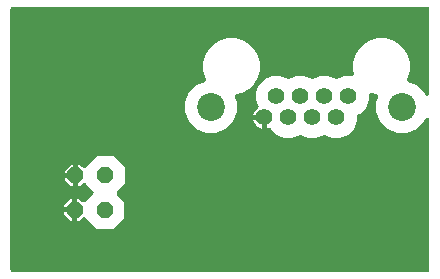
<source format=gbr>
G04 EAGLE Gerber X2 export*
%TF.Part,Single*%
%TF.FileFunction,Copper,L2,Bot,Mixed*%
%TF.FilePolarity,Positive*%
%TF.GenerationSoftware,Autodesk,EAGLE,8.6.3*%
%TF.CreationDate,2019-03-24T10:02:58Z*%
G75*
%MOMM*%
%FSLAX34Y34*%
%LPD*%
%AMOC8*
5,1,8,0,0,1.08239X$1,22.5*%
G01*
%ADD10P,1.429621X8X202.500000*%
%ADD11C,1.422400*%
%ADD12C,2.362200*%
%ADD13C,1.500000*%

G36*
X940366Y587623D02*
X940366Y587623D01*
X940384Y587621D01*
X940566Y587642D01*
X940749Y587661D01*
X940766Y587666D01*
X940783Y587668D01*
X940958Y587725D01*
X941134Y587779D01*
X941149Y587787D01*
X941166Y587793D01*
X941326Y587883D01*
X941488Y587971D01*
X941501Y587982D01*
X941517Y587991D01*
X941656Y588111D01*
X941797Y588228D01*
X941808Y588242D01*
X941822Y588254D01*
X941934Y588399D01*
X942049Y588542D01*
X942057Y588558D01*
X942068Y588572D01*
X942150Y588737D01*
X942235Y588899D01*
X942240Y588916D01*
X942248Y588932D01*
X942295Y589111D01*
X942346Y589286D01*
X942348Y589304D01*
X942352Y589321D01*
X942379Y589652D01*
X942379Y716398D01*
X942379Y716403D01*
X942379Y716407D01*
X942359Y716601D01*
X942339Y716799D01*
X942338Y716803D01*
X942338Y716808D01*
X942279Y716994D01*
X942221Y717184D01*
X942219Y717188D01*
X942218Y717192D01*
X942122Y717367D01*
X942029Y717538D01*
X942027Y717541D01*
X942024Y717545D01*
X941896Y717698D01*
X941772Y717847D01*
X941768Y717850D01*
X941765Y717853D01*
X941609Y717978D01*
X941458Y718100D01*
X941454Y718102D01*
X941451Y718104D01*
X941270Y718197D01*
X941101Y718285D01*
X941096Y718286D01*
X941092Y718288D01*
X940902Y718342D01*
X940714Y718396D01*
X940709Y718397D01*
X940705Y718398D01*
X940513Y718413D01*
X940312Y718429D01*
X940308Y718429D01*
X940304Y718429D01*
X940110Y718406D01*
X939913Y718382D01*
X939908Y718381D01*
X939904Y718380D01*
X939719Y718319D01*
X939530Y718258D01*
X939526Y718255D01*
X939522Y718254D01*
X939353Y718158D01*
X939179Y718060D01*
X939176Y718057D01*
X939172Y718055D01*
X939025Y717927D01*
X938875Y717797D01*
X938872Y717793D01*
X938868Y717790D01*
X938748Y717633D01*
X938628Y717478D01*
X938626Y717475D01*
X938623Y717471D01*
X938471Y717176D01*
X937717Y715355D01*
X931581Y709219D01*
X923565Y705898D01*
X914887Y705898D01*
X906871Y709219D01*
X900735Y715355D01*
X897414Y723371D01*
X897414Y732049D01*
X898907Y735652D01*
X898950Y735796D01*
X899001Y735938D01*
X899009Y735988D01*
X899023Y736037D01*
X899038Y736187D01*
X899059Y736336D01*
X899057Y736387D01*
X899061Y736438D01*
X899046Y736588D01*
X899038Y736738D01*
X899025Y736788D01*
X899020Y736839D01*
X898975Y736983D01*
X898937Y737128D01*
X898915Y737174D01*
X898900Y737223D01*
X898828Y737355D01*
X898762Y737491D01*
X898731Y737531D01*
X898707Y737576D01*
X898610Y737692D01*
X898519Y737812D01*
X898480Y737845D01*
X898448Y737884D01*
X898330Y737978D01*
X898217Y738078D01*
X898173Y738103D01*
X898133Y738135D01*
X897999Y738204D01*
X897868Y738280D01*
X897814Y738299D01*
X897775Y738319D01*
X897693Y738343D01*
X897556Y738391D01*
X893430Y739497D01*
X893349Y739510D01*
X893270Y739533D01*
X893150Y739543D01*
X893032Y739562D01*
X892950Y739559D01*
X892868Y739566D01*
X892750Y739552D01*
X892630Y739548D01*
X892550Y739529D01*
X892469Y739519D01*
X892355Y739482D01*
X892238Y739454D01*
X892164Y739420D01*
X892086Y739394D01*
X891981Y739335D01*
X891873Y739285D01*
X891807Y739237D01*
X891735Y739196D01*
X891645Y739118D01*
X891548Y739047D01*
X891493Y738987D01*
X891430Y738933D01*
X891357Y738839D01*
X891276Y738750D01*
X891234Y738680D01*
X891184Y738615D01*
X891130Y738508D01*
X891069Y738405D01*
X891041Y738328D01*
X891004Y738254D01*
X890973Y738139D01*
X890933Y738026D01*
X890921Y737945D01*
X890900Y737866D01*
X890887Y737713D01*
X890875Y737628D01*
X890877Y737587D01*
X890873Y737535D01*
X890873Y733196D01*
X888267Y726906D01*
X883454Y722093D01*
X881967Y721477D01*
X881947Y721466D01*
X881926Y721459D01*
X881769Y721371D01*
X881612Y721286D01*
X881595Y721272D01*
X881575Y721261D01*
X881439Y721144D01*
X881301Y721030D01*
X881287Y721013D01*
X881270Y720998D01*
X881161Y720857D01*
X881048Y720717D01*
X881037Y720698D01*
X881024Y720680D01*
X880944Y720520D01*
X880861Y720361D01*
X880854Y720339D01*
X880844Y720319D01*
X880798Y720146D01*
X880748Y719974D01*
X880746Y719952D01*
X880740Y719931D01*
X880713Y719600D01*
X880713Y715416D01*
X878107Y709126D01*
X873294Y704313D01*
X867004Y701707D01*
X860196Y701707D01*
X854217Y704184D01*
X854192Y704191D01*
X854168Y704203D01*
X853999Y704250D01*
X853832Y704300D01*
X853805Y704303D01*
X853779Y704310D01*
X853605Y704322D01*
X853431Y704338D01*
X853405Y704336D01*
X853378Y704337D01*
X853204Y704315D01*
X853031Y704297D01*
X853005Y704289D01*
X852979Y704285D01*
X852663Y704184D01*
X846684Y701707D01*
X839876Y701707D01*
X833897Y704184D01*
X833872Y704191D01*
X833848Y704203D01*
X833679Y704250D01*
X833512Y704300D01*
X833485Y704303D01*
X833459Y704310D01*
X833285Y704322D01*
X833111Y704338D01*
X833085Y704336D01*
X833058Y704337D01*
X832884Y704315D01*
X832711Y704297D01*
X832685Y704289D01*
X832659Y704285D01*
X832343Y704184D01*
X826364Y701707D01*
X819556Y701707D01*
X813266Y704313D01*
X808251Y709328D01*
X808140Y709419D01*
X808034Y709516D01*
X807984Y709546D01*
X807940Y709583D01*
X807813Y709650D01*
X807689Y709725D01*
X807635Y709744D01*
X807584Y709771D01*
X807446Y709812D01*
X807311Y709861D01*
X807254Y709870D01*
X807198Y709886D01*
X807054Y709899D01*
X806912Y709920D01*
X806855Y709917D01*
X806797Y709922D01*
X806654Y709907D01*
X806510Y709900D01*
X806446Y709884D01*
X806397Y709879D01*
X806318Y709854D01*
X806187Y709823D01*
X804900Y709405D01*
X804862Y709399D01*
X804862Y718629D01*
X804860Y718647D01*
X804861Y718665D01*
X804840Y718847D01*
X804822Y719030D01*
X804817Y719047D01*
X804815Y719065D01*
X804758Y719239D01*
X804704Y719415D01*
X804695Y719431D01*
X804690Y719447D01*
X804599Y719608D01*
X804512Y719769D01*
X804501Y719783D01*
X804492Y719798D01*
X804372Y719937D01*
X804254Y720078D01*
X804240Y720089D01*
X804229Y720103D01*
X804084Y720215D01*
X804070Y720226D01*
X803990Y720319D01*
X803873Y720459D01*
X803859Y720471D01*
X803847Y720484D01*
X803702Y720597D01*
X803559Y720712D01*
X803543Y720720D01*
X803529Y720731D01*
X803364Y720813D01*
X803202Y720897D01*
X803185Y720902D01*
X803169Y720910D01*
X802991Y720958D01*
X802815Y721009D01*
X802797Y721010D01*
X802780Y721015D01*
X802449Y721042D01*
X793219Y721042D01*
X793225Y721080D01*
X793694Y722525D01*
X794384Y723879D01*
X795277Y725108D01*
X796352Y726183D01*
X796778Y726493D01*
X796915Y726614D01*
X797052Y726732D01*
X797064Y726747D01*
X797079Y726761D01*
X797188Y726906D01*
X797300Y727049D01*
X797309Y727066D01*
X797321Y727082D01*
X797400Y727246D01*
X797481Y727408D01*
X797486Y727427D01*
X797495Y727446D01*
X797539Y727622D01*
X797587Y727797D01*
X797589Y727817D01*
X797594Y727836D01*
X797602Y728017D01*
X797615Y728198D01*
X797612Y728218D01*
X797613Y728238D01*
X797586Y728417D01*
X797563Y728598D01*
X797556Y728619D01*
X797553Y728636D01*
X797527Y728708D01*
X797461Y728913D01*
X795687Y733196D01*
X795687Y740004D01*
X798293Y746294D01*
X803106Y751107D01*
X809396Y753713D01*
X816204Y753713D01*
X822183Y751236D01*
X822208Y751229D01*
X822232Y751217D01*
X822401Y751170D01*
X822568Y751120D01*
X822595Y751117D01*
X822621Y751110D01*
X822795Y751098D01*
X822969Y751082D01*
X822995Y751084D01*
X823022Y751083D01*
X823197Y751105D01*
X823369Y751123D01*
X823395Y751131D01*
X823421Y751135D01*
X823737Y751236D01*
X829716Y753713D01*
X836524Y753713D01*
X842503Y751236D01*
X842528Y751229D01*
X842552Y751217D01*
X842721Y751170D01*
X842888Y751120D01*
X842915Y751117D01*
X842941Y751110D01*
X843115Y751098D01*
X843289Y751082D01*
X843315Y751084D01*
X843342Y751083D01*
X843517Y751105D01*
X843689Y751123D01*
X843715Y751131D01*
X843741Y751135D01*
X844057Y751236D01*
X850036Y753713D01*
X856844Y753713D01*
X862823Y751236D01*
X862848Y751229D01*
X862872Y751217D01*
X863041Y751170D01*
X863208Y751120D01*
X863235Y751117D01*
X863261Y751110D01*
X863435Y751098D01*
X863609Y751082D01*
X863635Y751084D01*
X863662Y751083D01*
X863837Y751105D01*
X864009Y751123D01*
X864035Y751131D01*
X864061Y751135D01*
X864377Y751236D01*
X870356Y753713D01*
X876554Y753713D01*
X876636Y753721D01*
X876718Y753719D01*
X876836Y753741D01*
X876955Y753753D01*
X877034Y753777D01*
X877114Y753791D01*
X877225Y753836D01*
X877340Y753871D01*
X877412Y753910D01*
X877488Y753940D01*
X877589Y754006D01*
X877694Y754063D01*
X877757Y754115D01*
X877826Y754160D01*
X877911Y754244D01*
X878003Y754320D01*
X878055Y754384D01*
X878113Y754442D01*
X878181Y754541D01*
X878256Y754634D01*
X878293Y754707D01*
X878340Y754775D01*
X878386Y754885D01*
X878441Y754991D01*
X878464Y755070D01*
X878496Y755146D01*
X878519Y755263D01*
X878552Y755378D01*
X878559Y755460D01*
X878575Y755541D01*
X878576Y755660D01*
X878585Y755780D01*
X878576Y755861D01*
X878576Y755943D01*
X878549Y756093D01*
X878538Y756179D01*
X878526Y756218D01*
X878516Y756270D01*
X877823Y758857D01*
X877823Y765143D01*
X879450Y771216D01*
X882594Y776661D01*
X887039Y781106D01*
X892484Y784250D01*
X898557Y785877D01*
X904843Y785877D01*
X910916Y784250D01*
X916361Y781106D01*
X920806Y776661D01*
X923950Y771216D01*
X925577Y765143D01*
X925577Y758857D01*
X923950Y752784D01*
X923513Y752029D01*
X923451Y751891D01*
X923383Y751757D01*
X923369Y751708D01*
X923348Y751662D01*
X923314Y751515D01*
X923273Y751370D01*
X923269Y751319D01*
X923258Y751269D01*
X923253Y751118D01*
X923242Y750968D01*
X923248Y750918D01*
X923247Y750867D01*
X923272Y750718D01*
X923290Y750569D01*
X923306Y750520D01*
X923315Y750470D01*
X923370Y750329D01*
X923417Y750187D01*
X923442Y750142D01*
X923461Y750095D01*
X923542Y749968D01*
X923616Y749837D01*
X923650Y749798D01*
X923677Y749755D01*
X923782Y749647D01*
X923881Y749533D01*
X923921Y749502D01*
X923957Y749465D01*
X924081Y749380D01*
X924200Y749288D01*
X924251Y749262D01*
X924288Y749236D01*
X924367Y749202D01*
X924495Y749136D01*
X931581Y746201D01*
X937717Y740065D01*
X938471Y738244D01*
X938473Y738240D01*
X938475Y738236D01*
X938569Y738062D01*
X938662Y737889D01*
X938664Y737886D01*
X938667Y737882D01*
X938792Y737732D01*
X938918Y737579D01*
X938921Y737576D01*
X938924Y737573D01*
X939077Y737450D01*
X939231Y737325D01*
X939235Y737323D01*
X939238Y737320D01*
X939411Y737230D01*
X939587Y737138D01*
X939591Y737137D01*
X939595Y737135D01*
X939783Y737081D01*
X939974Y737025D01*
X939978Y737025D01*
X939982Y737024D01*
X940180Y737007D01*
X940375Y736991D01*
X940379Y736991D01*
X940384Y736991D01*
X940578Y737014D01*
X940775Y737036D01*
X940779Y737037D01*
X940783Y737038D01*
X940969Y737098D01*
X941158Y737159D01*
X941162Y737161D01*
X941166Y737162D01*
X941338Y737259D01*
X941510Y737355D01*
X941513Y737358D01*
X941517Y737360D01*
X941665Y737489D01*
X941815Y737617D01*
X941818Y737621D01*
X941822Y737623D01*
X941942Y737778D01*
X942064Y737934D01*
X942066Y737938D01*
X942068Y737942D01*
X942157Y738119D01*
X942244Y738294D01*
X942246Y738298D01*
X942248Y738302D01*
X942298Y738491D01*
X942351Y738682D01*
X942351Y738687D01*
X942352Y738691D01*
X942379Y739022D01*
X942379Y810348D01*
X942377Y810366D01*
X942379Y810384D01*
X942358Y810566D01*
X942339Y810749D01*
X942334Y810766D01*
X942332Y810783D01*
X942275Y810958D01*
X942221Y811134D01*
X942213Y811149D01*
X942207Y811166D01*
X942117Y811326D01*
X942029Y811488D01*
X942018Y811501D01*
X942009Y811517D01*
X941889Y811656D01*
X941772Y811797D01*
X941758Y811808D01*
X941746Y811822D01*
X941601Y811934D01*
X941458Y812049D01*
X941442Y812057D01*
X941428Y812068D01*
X941263Y812150D01*
X941101Y812235D01*
X941084Y812240D01*
X941068Y812248D01*
X940889Y812295D01*
X940714Y812346D01*
X940696Y812348D01*
X940679Y812352D01*
X940348Y812379D01*
X589652Y812379D01*
X589634Y812377D01*
X589616Y812379D01*
X589434Y812358D01*
X589251Y812339D01*
X589234Y812334D01*
X589217Y812332D01*
X589042Y812275D01*
X588866Y812221D01*
X588851Y812213D01*
X588834Y812207D01*
X588674Y812117D01*
X588512Y812029D01*
X588499Y812018D01*
X588483Y812009D01*
X588344Y811889D01*
X588203Y811772D01*
X588192Y811758D01*
X588178Y811746D01*
X588066Y811601D01*
X587951Y811458D01*
X587943Y811442D01*
X587932Y811428D01*
X587850Y811263D01*
X587765Y811101D01*
X587760Y811084D01*
X587752Y811068D01*
X587705Y810889D01*
X587654Y810714D01*
X587652Y810696D01*
X587648Y810679D01*
X587621Y810348D01*
X587621Y589652D01*
X587623Y589634D01*
X587621Y589616D01*
X587642Y589434D01*
X587661Y589251D01*
X587666Y589234D01*
X587668Y589217D01*
X587725Y589042D01*
X587779Y588866D01*
X587787Y588851D01*
X587793Y588834D01*
X587883Y588674D01*
X587971Y588512D01*
X587982Y588499D01*
X587991Y588483D01*
X588111Y588344D01*
X588228Y588203D01*
X588242Y588192D01*
X588254Y588178D01*
X588399Y588066D01*
X588542Y587951D01*
X588558Y587943D01*
X588572Y587932D01*
X588737Y587850D01*
X588899Y587765D01*
X588916Y587760D01*
X588932Y587752D01*
X589111Y587705D01*
X589286Y587654D01*
X589304Y587652D01*
X589321Y587648D01*
X589652Y587621D01*
X940348Y587621D01*
X940366Y587623D01*
G37*
%LPC*%
G36*
X752835Y705898D02*
X752835Y705898D01*
X744819Y709219D01*
X738683Y715355D01*
X735362Y723371D01*
X735362Y732049D01*
X738683Y740065D01*
X744819Y746201D01*
X749759Y748247D01*
X749759Y748248D01*
X751905Y749136D01*
X752037Y749207D01*
X752174Y749272D01*
X752215Y749302D01*
X752260Y749326D01*
X752376Y749422D01*
X752497Y749512D01*
X752531Y749550D01*
X752570Y749583D01*
X752665Y749700D01*
X752766Y749812D01*
X752792Y749856D01*
X752824Y749895D01*
X752894Y750029D01*
X752970Y750159D01*
X752987Y750207D01*
X753011Y750252D01*
X753053Y750396D01*
X753103Y750539D01*
X753110Y750589D01*
X753124Y750638D01*
X753137Y750789D01*
X753157Y750938D01*
X753154Y750989D01*
X753159Y751040D01*
X753142Y751189D01*
X753132Y751340D01*
X753119Y751389D01*
X753113Y751440D01*
X753067Y751583D01*
X753028Y751729D01*
X753004Y751781D01*
X752990Y751823D01*
X752949Y751897D01*
X752887Y752029D01*
X752450Y752784D01*
X750823Y758857D01*
X750823Y765143D01*
X752450Y771216D01*
X755594Y776661D01*
X760039Y781106D01*
X765484Y784250D01*
X771557Y785877D01*
X777843Y785877D01*
X783916Y784250D01*
X789361Y781106D01*
X793806Y776661D01*
X796950Y771216D01*
X798577Y765143D01*
X798577Y758857D01*
X796950Y752784D01*
X793806Y747339D01*
X789361Y742894D01*
X783916Y739750D01*
X778844Y738391D01*
X778703Y738338D01*
X778560Y738292D01*
X778515Y738267D01*
X778467Y738249D01*
X778340Y738169D01*
X778208Y738096D01*
X778169Y738063D01*
X778126Y738035D01*
X778017Y737932D01*
X777902Y737834D01*
X777871Y737794D01*
X777834Y737759D01*
X777747Y737635D01*
X777654Y737517D01*
X777631Y737471D01*
X777602Y737430D01*
X777541Y737292D01*
X777473Y737157D01*
X777460Y737108D01*
X777439Y737061D01*
X777407Y736914D01*
X777367Y736769D01*
X777364Y736718D01*
X777353Y736668D01*
X777350Y736518D01*
X777339Y736367D01*
X777346Y736316D01*
X777345Y736265D01*
X777372Y736118D01*
X777392Y735968D01*
X777409Y735913D01*
X777417Y735869D01*
X777449Y735790D01*
X777493Y735652D01*
X778986Y732049D01*
X778986Y723371D01*
X775665Y715355D01*
X769529Y709219D01*
X761513Y705898D01*
X752835Y705898D01*
G37*
%LPD*%
%LPC*%
G36*
X660622Y623995D02*
X660622Y623995D01*
X650961Y633656D01*
X650947Y633667D01*
X650936Y633681D01*
X650792Y633795D01*
X650650Y633911D01*
X650634Y633920D01*
X650620Y633931D01*
X650456Y634014D01*
X650294Y634100D01*
X650277Y634105D01*
X650261Y634113D01*
X650084Y634162D01*
X649908Y634215D01*
X649890Y634216D01*
X649873Y634221D01*
X649690Y634234D01*
X649507Y634251D01*
X649489Y634249D01*
X649472Y634250D01*
X649290Y634227D01*
X649107Y634208D01*
X649090Y634202D01*
X649072Y634200D01*
X648898Y634142D01*
X648723Y634086D01*
X648707Y634077D01*
X648691Y634072D01*
X648532Y633980D01*
X648371Y633891D01*
X648357Y633880D01*
X648342Y633871D01*
X648089Y633656D01*
X645888Y631455D01*
X644131Y631455D01*
X644131Y640600D01*
X644131Y649745D01*
X645888Y649745D01*
X648089Y647544D01*
X648103Y647533D01*
X648114Y647519D01*
X648258Y647405D01*
X648400Y647289D01*
X648416Y647280D01*
X648430Y647269D01*
X648594Y647186D01*
X648756Y647100D01*
X648773Y647095D01*
X648789Y647087D01*
X648966Y647038D01*
X649142Y646985D01*
X649160Y646984D01*
X649177Y646979D01*
X649360Y646966D01*
X649543Y646949D01*
X649561Y646951D01*
X649578Y646950D01*
X649760Y646973D01*
X649943Y646992D01*
X649960Y646998D01*
X649978Y647000D01*
X650152Y647058D01*
X650327Y647114D01*
X650343Y647123D01*
X650359Y647128D01*
X650519Y647220D01*
X650679Y647309D01*
X650693Y647320D01*
X650708Y647329D01*
X650961Y647544D01*
X657381Y653964D01*
X657392Y653978D01*
X657406Y653989D01*
X657520Y654133D01*
X657636Y654275D01*
X657644Y654291D01*
X657656Y654305D01*
X657739Y654469D01*
X657825Y654631D01*
X657830Y654648D01*
X657838Y654664D01*
X657887Y654841D01*
X657940Y655017D01*
X657941Y655035D01*
X657946Y655052D01*
X657959Y655235D01*
X657976Y655418D01*
X657974Y655436D01*
X657975Y655453D01*
X657952Y655635D01*
X657933Y655818D01*
X657927Y655835D01*
X657925Y655853D01*
X657867Y656027D01*
X657811Y656202D01*
X657802Y656218D01*
X657797Y656234D01*
X657705Y656394D01*
X657616Y656554D01*
X657605Y656568D01*
X657596Y656583D01*
X657381Y656836D01*
X651461Y662756D01*
X651447Y662767D01*
X651436Y662781D01*
X651292Y662895D01*
X651150Y663011D01*
X651134Y663020D01*
X651120Y663031D01*
X650956Y663114D01*
X650794Y663200D01*
X650777Y663205D01*
X650761Y663213D01*
X650584Y663262D01*
X650408Y663315D01*
X650390Y663316D01*
X650373Y663321D01*
X650190Y663334D01*
X650007Y663351D01*
X649989Y663349D01*
X649972Y663350D01*
X649790Y663327D01*
X649607Y663308D01*
X649590Y663302D01*
X649572Y663300D01*
X649398Y663242D01*
X649223Y663186D01*
X649207Y663177D01*
X649191Y663172D01*
X649032Y663080D01*
X648871Y662991D01*
X648857Y662980D01*
X648842Y662971D01*
X648589Y662756D01*
X646388Y660555D01*
X644631Y660555D01*
X644631Y669700D01*
X644631Y678845D01*
X646388Y678845D01*
X648589Y676644D01*
X648602Y676633D01*
X648614Y676619D01*
X648758Y676505D01*
X648900Y676389D01*
X648916Y676380D01*
X648930Y676369D01*
X649094Y676286D01*
X649256Y676200D01*
X649273Y676195D01*
X649289Y676187D01*
X649466Y676138D01*
X649642Y676085D01*
X649660Y676084D01*
X649677Y676079D01*
X649860Y676066D01*
X650043Y676049D01*
X650061Y676051D01*
X650078Y676050D01*
X650260Y676073D01*
X650443Y676092D01*
X650460Y676098D01*
X650478Y676100D01*
X650652Y676158D01*
X650827Y676214D01*
X650843Y676223D01*
X650859Y676228D01*
X651019Y676320D01*
X651179Y676409D01*
X651193Y676420D01*
X651208Y676429D01*
X651461Y676644D01*
X661122Y686305D01*
X674878Y686305D01*
X684605Y676578D01*
X684605Y662822D01*
X678119Y656336D01*
X678108Y656323D01*
X678094Y656311D01*
X677980Y656167D01*
X677864Y656025D01*
X677856Y656009D01*
X677844Y655995D01*
X677761Y655831D01*
X677675Y655669D01*
X677670Y655652D01*
X677662Y655636D01*
X677613Y655459D01*
X677560Y655283D01*
X677559Y655265D01*
X677554Y655248D01*
X677541Y655065D01*
X677524Y654882D01*
X677526Y654864D01*
X677525Y654847D01*
X677548Y654664D01*
X677567Y654482D01*
X677573Y654465D01*
X677575Y654447D01*
X677633Y654274D01*
X677689Y654098D01*
X677698Y654082D01*
X677703Y654066D01*
X677795Y653906D01*
X677884Y653746D01*
X677895Y653732D01*
X677904Y653717D01*
X678119Y653464D01*
X684105Y647478D01*
X684105Y633722D01*
X674378Y623995D01*
X660622Y623995D01*
G37*
%LPD*%
%LPC*%
G36*
X633455Y671731D02*
X633455Y671731D01*
X633455Y673488D01*
X638812Y678845D01*
X640569Y678845D01*
X640569Y671731D01*
X633455Y671731D01*
G37*
%LPD*%
%LPC*%
G36*
X632955Y642631D02*
X632955Y642631D01*
X632955Y644388D01*
X638312Y649745D01*
X640069Y649745D01*
X640069Y642631D01*
X632955Y642631D01*
G37*
%LPD*%
%LPC*%
G36*
X638812Y660555D02*
X638812Y660555D01*
X633455Y665912D01*
X633455Y667669D01*
X640569Y667669D01*
X640569Y660555D01*
X638812Y660555D01*
G37*
%LPD*%
%LPC*%
G36*
X638312Y631455D02*
X638312Y631455D01*
X632955Y636812D01*
X632955Y638569D01*
X640069Y638569D01*
X640069Y631455D01*
X638312Y631455D01*
G37*
%LPD*%
%LPC*%
G36*
X800380Y709405D02*
X800380Y709405D01*
X798935Y709874D01*
X797581Y710564D01*
X796352Y711457D01*
X795277Y712532D01*
X794384Y713761D01*
X793694Y715115D01*
X793225Y716560D01*
X793219Y716598D01*
X800418Y716598D01*
X800418Y709399D01*
X800380Y709405D01*
G37*
%LPD*%
D10*
X668000Y669700D03*
X642600Y669700D03*
X667500Y640600D03*
X642100Y640600D03*
D11*
X873760Y736600D03*
X863600Y718820D03*
X853440Y736600D03*
X843280Y718820D03*
X833120Y736600D03*
X822960Y718820D03*
X812800Y736600D03*
X802640Y718820D03*
D12*
X757174Y727710D03*
X919226Y727710D03*
D13*
X717000Y729000D03*
X758000Y667500D03*
X909000Y611500D03*
X618000Y654000D03*
M02*

</source>
